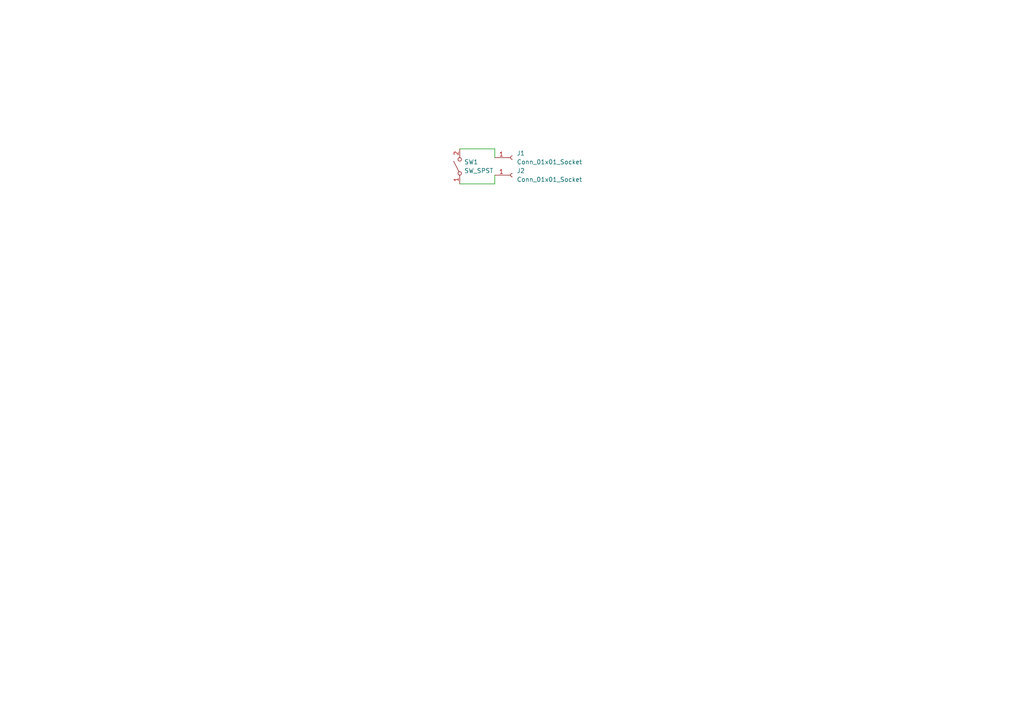
<source format=kicad_sch>
(kicad_sch
	(version 20231120)
	(generator "eeschema")
	(generator_version "8.0")
	(uuid "169db75f-7424-4922-9c5b-d96f67cef656")
	(paper "A4")
	(lib_symbols
		(symbol "Connector:Conn_01x01_Socket"
			(pin_names
				(offset 1.016) hide)
			(exclude_from_sim no)
			(in_bom yes)
			(on_board yes)
			(property "Reference" "J"
				(at 0 2.54 0)
				(effects
					(font
						(size 1.27 1.27)
					)
				)
			)
			(property "Value" "Conn_01x01_Socket"
				(at 0 -2.54 0)
				(effects
					(font
						(size 1.27 1.27)
					)
				)
			)
			(property "Footprint" ""
				(at 0 0 0)
				(effects
					(font
						(size 1.27 1.27)
					)
					(hide yes)
				)
			)
			(property "Datasheet" "~"
				(at 0 0 0)
				(effects
					(font
						(size 1.27 1.27)
					)
					(hide yes)
				)
			)
			(property "Description" "Generic connector, single row, 01x01, script generated"
				(at 0 0 0)
				(effects
					(font
						(size 1.27 1.27)
					)
					(hide yes)
				)
			)
			(property "ki_locked" ""
				(at 0 0 0)
				(effects
					(font
						(size 1.27 1.27)
					)
				)
			)
			(property "ki_keywords" "connector"
				(at 0 0 0)
				(effects
					(font
						(size 1.27 1.27)
					)
					(hide yes)
				)
			)
			(property "ki_fp_filters" "Connector*:*_1x??_*"
				(at 0 0 0)
				(effects
					(font
						(size 1.27 1.27)
					)
					(hide yes)
				)
			)
			(symbol "Conn_01x01_Socket_1_1"
				(polyline
					(pts
						(xy -1.27 0) (xy -0.508 0)
					)
					(stroke
						(width 0.1524)
						(type default)
					)
					(fill
						(type none)
					)
				)
				(arc
					(start 0 0.508)
					(mid -0.5058 0)
					(end 0 -0.508)
					(stroke
						(width 0.1524)
						(type default)
					)
					(fill
						(type none)
					)
				)
				(pin passive line
					(at -5.08 0 0)
					(length 3.81)
					(name "Pin_1"
						(effects
							(font
								(size 1.27 1.27)
							)
						)
					)
					(number "1"
						(effects
							(font
								(size 1.27 1.27)
							)
						)
					)
				)
			)
		)
		(symbol "Switch:SW_SPST"
			(pin_names
				(offset 0) hide)
			(exclude_from_sim no)
			(in_bom yes)
			(on_board yes)
			(property "Reference" "SW"
				(at 0 3.175 0)
				(effects
					(font
						(size 1.27 1.27)
					)
				)
			)
			(property "Value" "SW_SPST"
				(at 0 -2.54 0)
				(effects
					(font
						(size 1.27 1.27)
					)
				)
			)
			(property "Footprint" ""
				(at 0 0 0)
				(effects
					(font
						(size 1.27 1.27)
					)
					(hide yes)
				)
			)
			(property "Datasheet" "~"
				(at 0 0 0)
				(effects
					(font
						(size 1.27 1.27)
					)
					(hide yes)
				)
			)
			(property "Description" "Single Pole Single Throw (SPST) switch"
				(at 0 0 0)
				(effects
					(font
						(size 1.27 1.27)
					)
					(hide yes)
				)
			)
			(property "ki_keywords" "switch lever"
				(at 0 0 0)
				(effects
					(font
						(size 1.27 1.27)
					)
					(hide yes)
				)
			)
			(symbol "SW_SPST_0_0"
				(circle
					(center -2.032 0)
					(radius 0.508)
					(stroke
						(width 0)
						(type default)
					)
					(fill
						(type none)
					)
				)
				(polyline
					(pts
						(xy -1.524 0.254) (xy 1.524 1.778)
					)
					(stroke
						(width 0)
						(type default)
					)
					(fill
						(type none)
					)
				)
				(circle
					(center 2.032 0)
					(radius 0.508)
					(stroke
						(width 0)
						(type default)
					)
					(fill
						(type none)
					)
				)
			)
			(symbol "SW_SPST_1_1"
				(pin passive line
					(at -5.08 0 0)
					(length 2.54)
					(name "A"
						(effects
							(font
								(size 1.27 1.27)
							)
						)
					)
					(number "1"
						(effects
							(font
								(size 1.27 1.27)
							)
						)
					)
				)
				(pin passive line
					(at 5.08 0 180)
					(length 2.54)
					(name "B"
						(effects
							(font
								(size 1.27 1.27)
							)
						)
					)
					(number "2"
						(effects
							(font
								(size 1.27 1.27)
							)
						)
					)
				)
			)
		)
	)
	(wire
		(pts
			(xy 133.35 43.18) (xy 143.51 43.18)
		)
		(stroke
			(width 0)
			(type default)
		)
		(uuid "13a3c40f-e957-46f8-a6b7-ad509ff7cdaf")
	)
	(wire
		(pts
			(xy 143.51 43.18) (xy 143.51 45.72)
		)
		(stroke
			(width 0)
			(type default)
		)
		(uuid "7502cc60-195c-4f39-930b-38895b5a0490")
	)
	(wire
		(pts
			(xy 143.51 53.34) (xy 143.51 50.8)
		)
		(stroke
			(width 0)
			(type default)
		)
		(uuid "c95e03ea-47bf-479c-ba93-ea87bbf14721")
	)
	(wire
		(pts
			(xy 133.35 53.34) (xy 143.51 53.34)
		)
		(stroke
			(width 0)
			(type default)
		)
		(uuid "dc1691fb-ec6c-4733-b040-fb001d8ca0e9")
	)
	(symbol
		(lib_id "Connector:Conn_01x01_Socket")
		(at 148.59 50.8 0)
		(unit 1)
		(exclude_from_sim no)
		(in_bom yes)
		(on_board yes)
		(dnp no)
		(fields_autoplaced yes)
		(uuid "4d338048-2e32-4697-a551-0462a27c5bf2")
		(property "Reference" "J2"
			(at 149.86 49.5299 0)
			(effects
				(font
					(size 1.27 1.27)
				)
				(justify left)
			)
		)
		(property "Value" "Conn_01x01_Socket"
			(at 149.86 52.0699 0)
			(effects
				(font
					(size 1.27 1.27)
				)
				(justify left)
			)
		)
		(property "Footprint" ""
			(at 148.59 50.8 0)
			(effects
				(font
					(size 1.27 1.27)
				)
				(hide yes)
			)
		)
		(property "Datasheet" "~"
			(at 148.59 50.8 0)
			(effects
				(font
					(size 1.27 1.27)
				)
				(hide yes)
			)
		)
		(property "Description" "Generic connector, single row, 01x01, script generated"
			(at 148.59 50.8 0)
			(effects
				(font
					(size 1.27 1.27)
				)
				(hide yes)
			)
		)
		(pin "1"
			(uuid "d7287e71-9e08-4a88-86da-7a529b025ac1")
		)
		(instances
			(project "FightPad_MICRO"
				(path "/169db75f-7424-4922-9c5b-d96f67cef656"
					(reference "J2")
					(unit 1)
				)
			)
		)
	)
	(symbol
		(lib_id "Connector:Conn_01x01_Socket")
		(at 148.59 45.72 0)
		(unit 1)
		(exclude_from_sim no)
		(in_bom yes)
		(on_board yes)
		(dnp no)
		(fields_autoplaced yes)
		(uuid "705ec571-154b-4629-825f-3d199fde1c5f")
		(property "Reference" "J1"
			(at 149.86 44.4499 0)
			(effects
				(font
					(size 1.27 1.27)
				)
				(justify left)
			)
		)
		(property "Value" "Conn_01x01_Socket"
			(at 149.86 46.9899 0)
			(effects
				(font
					(size 1.27 1.27)
				)
				(justify left)
			)
		)
		(property "Footprint" ""
			(at 148.59 45.72 0)
			(effects
				(font
					(size 1.27 1.27)
				)
				(hide yes)
			)
		)
		(property "Datasheet" "~"
			(at 148.59 45.72 0)
			(effects
				(font
					(size 1.27 1.27)
				)
				(hide yes)
			)
		)
		(property "Description" "Generic connector, single row, 01x01, script generated"
			(at 148.59 45.72 0)
			(effects
				(font
					(size 1.27 1.27)
				)
				(hide yes)
			)
		)
		(pin "1"
			(uuid "903e81dc-c18f-435d-aae9-7f10e4ae2e79")
		)
		(instances
			(project ""
				(path "/169db75f-7424-4922-9c5b-d96f67cef656"
					(reference "J1")
					(unit 1)
				)
			)
		)
	)
	(symbol
		(lib_id "Switch:SW_SPST")
		(at 133.35 48.26 90)
		(unit 1)
		(exclude_from_sim no)
		(in_bom yes)
		(on_board yes)
		(dnp no)
		(fields_autoplaced yes)
		(uuid "d44578a0-94ff-41ef-8a79-b2796a5f6208")
		(property "Reference" "SW1"
			(at 134.62 46.9899 90)
			(effects
				(font
					(size 1.27 1.27)
				)
				(justify right)
			)
		)
		(property "Value" "SW_SPST"
			(at 134.62 49.5299 90)
			(effects
				(font
					(size 1.27 1.27)
				)
				(justify right)
			)
		)
		(property "Footprint" ""
			(at 133.35 48.26 0)
			(effects
				(font
					(size 1.27 1.27)
				)
				(hide yes)
			)
		)
		(property "Datasheet" "~"
			(at 133.35 48.26 0)
			(effects
				(font
					(size 1.27 1.27)
				)
				(hide yes)
			)
		)
		(property "Description" "Single Pole Single Throw (SPST) switch"
			(at 133.35 48.26 0)
			(effects
				(font
					(size 1.27 1.27)
				)
				(hide yes)
			)
		)
		(pin "2"
			(uuid "addbb2b6-bc09-4343-a320-22366493864b")
		)
		(pin "1"
			(uuid "ef3c31eb-0147-435c-bb00-66065500d301")
		)
		(instances
			(project ""
				(path "/169db75f-7424-4922-9c5b-d96f67cef656"
					(reference "SW1")
					(unit 1)
				)
			)
		)
	)
	(sheet_instances
		(path "/"
			(page "1")
		)
	)
)

</source>
